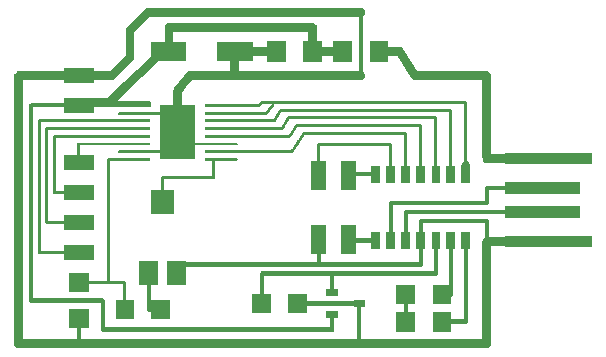
<source format=gbr>
%MOIN*%
%LPD*%
%FSLAX66Y66*%
G01*
G36*
X0080038Y0405233D02*
X0080038Y0406233D01*
X0075036Y0406233D01*
X0072035Y0408234D01*
X0068033Y0412237D01*
X0067032Y0414238D01*
X0066032Y0416239D01*
X0066032Y1319757D01*
X0067032Y1321758D01*
X0073035Y1327762D01*
X0075036Y1328762D01*
X0077037Y1329763D01*
X0231111Y1329763D01*
X0231111Y1339769D01*
X0330159Y1339769D01*
X0330159Y1329763D01*
X0385185Y1329763D01*
X0436210Y1382793D01*
X0436210Y1470844D01*
X0439211Y1474846D01*
X0501241Y1536882D01*
X0504242Y1538883D01*
X0506243Y1539884D01*
X1225589Y1539884D01*
X1229591Y1536882D01*
X1231592Y1534881D01*
X1233593Y1531879D01*
X1234593Y1529878D01*
X1234593Y1520873D01*
X1231592Y1516870D01*
X1229591Y1514869D01*
X1227590Y1512868D01*
X1227590Y1327762D01*
X1229591Y1326761D01*
X1231592Y1324760D01*
X1233593Y1321758D01*
X1234593Y1319757D01*
X1234593Y1310752D01*
X1231592Y1306750D01*
X1229591Y1304749D01*
X1226590Y1302747D01*
X1224589Y1301747D01*
X1219586Y1301747D01*
X1217585Y1300746D01*
X0656315Y1300746D01*
X0654315Y1297745D01*
X0650313Y1292742D01*
X0646311Y1287739D01*
X0642309Y1282736D01*
X0638307Y1277733D01*
X0634305Y1272730D01*
X0630303Y1267727D01*
X0626301Y1262724D01*
X0624300Y1259723D01*
X0624300Y1215698D01*
X0669322Y1215698D01*
X0669322Y1091626D01*
X0807388Y1091626D01*
X0809389Y1089625D01*
X0810390Y1087624D01*
X0810390Y1085623D01*
X0806388Y1082621D01*
X0669322Y1082621D01*
X0669322Y1035594D01*
X0550265Y1035594D01*
X0550265Y1056606D01*
X0414199Y1056606D01*
X0411198Y1059608D01*
X0410197Y1061609D01*
X0411198Y1063610D01*
X0413199Y1065611D01*
X0415200Y1066612D01*
X0550265Y1066612D01*
X0550265Y1184680D01*
X0414199Y1184680D01*
X0411198Y1187681D01*
X0410197Y1189683D01*
X0411198Y1191684D01*
X0413199Y1193685D01*
X0415200Y1194685D01*
X0550265Y1194685D01*
X0550265Y1215698D01*
X0595286Y1215698D01*
X0595286Y1265726D01*
X0596287Y1267727D01*
X0596287Y1270729D01*
X0598288Y1273731D01*
X0602290Y1278734D01*
X0606291Y1283737D01*
X0610293Y1288739D01*
X0614295Y1293742D01*
X0618297Y1298745D01*
X0622299Y1303748D01*
X0626301Y1308751D01*
X0630303Y1313754D01*
X0634305Y1318757D01*
X0638307Y1323760D01*
X0642309Y1327762D01*
X0644310Y1328762D01*
X0646311Y1329763D01*
X0650313Y1329763D01*
X0652314Y1330764D01*
X0785378Y1330764D01*
X0785378Y1364783D01*
X0740356Y1364783D01*
X0740356Y1426819D01*
X0860414Y1426819D01*
X0860414Y1409809D01*
X0908437Y1409809D01*
X0908437Y1429820D01*
X0971467Y1429820D01*
X0971467Y1361781D01*
X0908437Y1361781D01*
X0908437Y1380792D01*
X0860414Y1380792D01*
X0860414Y1364783D01*
X0814391Y1364783D01*
X0814391Y1330764D01*
X1213583Y1330764D01*
X1213583Y1510867D01*
X0515248Y1510867D01*
X0465224Y1458837D01*
X0465224Y1375789D01*
X0464223Y1373788D01*
X0464223Y1370786D01*
X0462222Y1367785D01*
X0397191Y1302747D01*
X0395190Y1301747D01*
X0393189Y1301747D01*
X0391188Y1300746D01*
X0330159Y1300746D01*
X0330159Y1290741D01*
X0231111Y1290741D01*
X0231111Y1300746D01*
X0095046Y1300746D01*
X0095046Y0435250D01*
X0273131Y0435250D01*
X0273131Y0474272D01*
X0247119Y0474272D01*
X0247119Y0537308D01*
X0314151Y0537308D01*
X0314151Y0474272D01*
X0287138Y0474272D01*
X0287138Y0435250D01*
X1208581Y0435250D01*
X1208581Y0543312D01*
X1196575Y0543312D01*
X1196575Y0548315D01*
X1041501Y0548315D01*
X1041501Y0522300D01*
X0979471Y0522300D01*
X0979471Y0588338D01*
X1041501Y0588338D01*
X1041501Y0562323D01*
X1196575Y0562323D01*
X1196575Y0567326D01*
X1235594Y0567326D01*
X1235594Y0543312D01*
X1222588Y0543312D01*
X1222588Y0435250D01*
X1625782Y0435250D01*
X1625782Y0762437D01*
X1626782Y0764439D01*
X1626782Y0767440D01*
X1628783Y0770442D01*
X1632785Y0774444D01*
X1633785Y0776445D01*
X1633785Y0823472D01*
X1427686Y0823472D01*
X1427686Y0794456D01*
X1435690Y0794456D01*
X1435690Y0736423D01*
X1427686Y0736423D01*
X1427686Y0683392D01*
X1423684Y0679390D01*
X1421683Y0678389D01*
X0637306Y0678389D01*
X0637306Y0618355D01*
X0575277Y0618355D01*
X0575277Y0695399D01*
X0637306Y0695399D01*
X0637306Y0692397D01*
X1073516Y0692397D01*
X1073516Y0719413D01*
X1055507Y0719413D01*
X1055507Y0817469D01*
X1104531Y0817469D01*
X1104531Y0719413D01*
X1087523Y0719413D01*
X1087523Y0692397D01*
X1413680Y0692397D01*
X1413680Y0736423D01*
X1405676Y0736423D01*
X1405676Y0794456D01*
X1413680Y0794456D01*
X1413680Y0832478D01*
X1417681Y0836480D01*
X1419682Y0837481D01*
X1642790Y0837481D01*
X1646792Y0833478D01*
X1647792Y0831477D01*
X1647792Y0777446D01*
X1700818Y0777446D01*
X1700818Y0781448D01*
X1991958Y0781448D01*
X1991958Y0742426D01*
X1700818Y0742426D01*
X1700818Y0747429D01*
X1654795Y0747429D01*
X1654795Y0415238D01*
X1652794Y0412237D01*
X1648793Y0408234D01*
X1646792Y0407234D01*
X1644791Y0406233D01*
X1640789Y0406233D01*
X1638788Y0405233D01*
X0080038Y0405233D01*
X0080038Y0405233D01*
G37*
G36*
X0357172Y0461265D02*
X0357172Y0462265D01*
X0355171Y0462265D01*
X0354170Y0464266D01*
X0353170Y0466268D01*
X0353170Y0558320D01*
X0118057Y0558320D01*
X0114055Y0562323D01*
X0113054Y0564324D01*
X0113054Y1217699D01*
X0116056Y1220700D01*
X0118057Y1221701D01*
X0120058Y1221701D01*
X0122059Y1222702D01*
X0231111Y1222702D01*
X0231111Y1239711D01*
X0375180Y1239711D01*
X0385185Y1249717D01*
X0520250Y1377791D01*
X0520250Y1426819D01*
X0566272Y1426819D01*
X0566272Y1480850D01*
X0569274Y1484852D01*
X0571275Y1486853D01*
X0574276Y1488854D01*
X0576277Y1489855D01*
X1065512Y1489855D01*
X1069514Y1486853D01*
X1071515Y1484852D01*
X1073516Y1481850D01*
X1074517Y1479849D01*
X1074517Y1429820D01*
X1091525Y1429820D01*
X1091525Y1409809D01*
X1128542Y1409809D01*
X1128542Y1429820D01*
X1192573Y1429820D01*
X1192573Y1361781D01*
X1128542Y1361781D01*
X1128542Y1380792D01*
X1091525Y1380792D01*
X1091525Y1361781D01*
X1029495Y1361781D01*
X1029495Y1429820D01*
X1045503Y1429820D01*
X1045503Y1460838D01*
X0594286Y1460838D01*
X0594286Y1426819D01*
X0639307Y1426819D01*
X0639307Y1364783D01*
X0548264Y1364783D01*
X0491236Y1310752D01*
X0408196Y1231707D01*
X0410197Y1230706D01*
X0517249Y1230706D01*
X0519250Y1227704D01*
X0520250Y1225703D01*
X0520250Y1213696D01*
X0518249Y1211695D01*
X0516248Y1210695D01*
X0330159Y1210695D01*
X0330159Y1190683D01*
X0231111Y1190683D01*
X0231111Y1208693D01*
X0127061Y1208693D01*
X0127061Y0572328D01*
X0362174Y0572328D01*
X0366176Y0568326D01*
X0367177Y0566325D01*
X0367177Y0475273D01*
X1118538Y0475273D01*
X1118538Y0506290D01*
X1105531Y0506290D01*
X1105531Y0529304D01*
X1144550Y0529304D01*
X1144550Y0506290D01*
X1132544Y0506290D01*
X1132544Y0465267D01*
X1130543Y0463266D01*
X1127542Y0461265D01*
X0357172Y0461265D01*
X0357172Y0461265D01*
G37*
G36*
X0403194Y0502288D02*
X0403194Y0568326D01*
X0429206Y0568326D01*
X0429206Y0620356D01*
X0314151Y0620356D01*
X0314151Y0594341D01*
X0247119Y0594341D01*
X0247119Y0657377D01*
X0314151Y0657377D01*
X0314151Y0630362D01*
X0375180Y0630362D01*
X0375180Y1037595D01*
X0379182Y1040597D01*
X0518249Y1040597D01*
X0518249Y1031592D01*
X0385185Y1031592D01*
X0385185Y0630362D01*
X0435209Y0630362D01*
X0438211Y0627360D01*
X0439211Y0625359D01*
X0439211Y0568326D01*
X0465224Y0568326D01*
X0465224Y0502288D01*
X0403194Y0502288D01*
X0403194Y0502288D01*
G37*
G36*
X0522251Y0502288D02*
X0522251Y0528303D01*
X0512246Y0528303D01*
X0508244Y0532305D01*
X0507244Y0534307D01*
X0507244Y0618355D01*
X0482232Y0618355D01*
X0482232Y0695399D01*
X0545262Y0695399D01*
X0545262Y0618355D01*
X0521251Y0618355D01*
X0521251Y0568326D01*
X0585281Y0568326D01*
X0585281Y0502288D01*
X0522251Y0502288D01*
X0522251Y0502288D01*
G37*
G36*
X0858413Y0522300D02*
X0858413Y0588338D01*
X0883425Y0588338D01*
X0883425Y0657377D01*
X0887427Y0661379D01*
X0889428Y0662380D01*
X1463704Y0662380D01*
X1463704Y0736423D01*
X1456700Y0736423D01*
X1456700Y0794456D01*
X1485714Y0794456D01*
X1485714Y0736423D01*
X1477710Y0736423D01*
X1477710Y0653375D01*
X1473708Y0649373D01*
X1471707Y0648372D01*
X1132544Y0648372D01*
X1132544Y0604347D01*
X1144550Y0604347D01*
X1144550Y0581334D01*
X1105531Y0581334D01*
X1105531Y0604347D01*
X1118538Y0604347D01*
X1118538Y0648372D01*
X0897431Y0648372D01*
X0897431Y0588338D01*
X0922443Y0588338D01*
X0922443Y0522300D01*
X0858413Y0522300D01*
X0858413Y0522300D01*
G37*
G36*
X1155555Y0719413D02*
X1155555Y0817469D01*
X1205580Y0817469D01*
X1205580Y0772443D01*
X1255604Y0772443D01*
X1255604Y0794456D01*
X1284618Y0794456D01*
X1284618Y0736423D01*
X1255604Y0736423D01*
X1255604Y0758435D01*
X1205580Y0758435D01*
X1205580Y0719413D01*
X1155555Y0719413D01*
X1155555Y0719413D01*
G37*
G36*
X1305628Y0736423D02*
X1305628Y0794456D01*
X1313631Y0794456D01*
X1313631Y0892512D01*
X1317633Y0896514D01*
X1319634Y0897515D01*
X1633785Y0897515D01*
X1633785Y0941540D01*
X1637787Y0945543D01*
X1639788Y0946543D01*
X1700818Y0946543D01*
X1700818Y0958550D01*
X1951938Y0958550D01*
X1951938Y0920528D01*
X1700818Y0920528D01*
X1700818Y0932535D01*
X1647792Y0932535D01*
X1647792Y0888510D01*
X1643790Y0884507D01*
X1641789Y0883507D01*
X1327638Y0883507D01*
X1327638Y0794456D01*
X1334642Y0794456D01*
X1334642Y0736423D01*
X1305628Y0736423D01*
X1305628Y0736423D01*
G37*
G36*
X1355652Y0736423D02*
X1355652Y0794456D01*
X1363656Y0794456D01*
X1363656Y0862495D01*
X1367657Y0866497D01*
X1369658Y0867498D01*
X1700818Y0867498D01*
X1700818Y0880505D01*
X1951938Y0880505D01*
X1951938Y0841483D01*
X1700818Y0841483D01*
X1700818Y0853490D01*
X1377662Y0853490D01*
X1377662Y0794456D01*
X1384666Y0794456D01*
X1384666Y0736423D01*
X1355652Y0736423D01*
X1355652Y0736423D01*
G37*
G36*
X1459702Y0552317D02*
X1459702Y0618355D01*
X1513728Y0618355D01*
X1513728Y0736423D01*
X1505724Y0736423D01*
X1505724Y0794456D01*
X1534738Y0794456D01*
X1534738Y0736423D01*
X1527734Y0736423D01*
X1527734Y0583335D01*
X1523732Y0579332D01*
X1521731Y0577331D01*
X1521731Y0552317D01*
X1459702Y0552317D01*
X1459702Y0552317D01*
G37*
G36*
X1459702Y0461265D02*
X1459702Y0528303D01*
X1521731Y0528303D01*
X1521731Y0502288D01*
X1563752Y0502288D01*
X1563752Y0736423D01*
X1555748Y0736423D01*
X1555748Y0794456D01*
X1584762Y0794456D01*
X1584762Y0736423D01*
X1577758Y0736423D01*
X1577758Y0493283D01*
X1573757Y0489281D01*
X1571756Y0488280D01*
X1521731Y0488280D01*
X1521731Y0461265D01*
X1459702Y0461265D01*
X1459702Y0461265D01*
G37*
G36*
X1338643Y0461265D02*
X1338643Y0528303D01*
X1363656Y0528303D01*
X1363656Y0552317D01*
X1338643Y0552317D01*
X1338643Y0618355D01*
X1402674Y0618355D01*
X1402674Y0552317D01*
X1377662Y0552317D01*
X1377662Y0528303D01*
X1402674Y0528303D01*
X1402674Y0461265D01*
X1338643Y0461265D01*
X1338643Y0461265D01*
G37*
G36*
X1355652Y0956549D02*
X1355652Y1014582D01*
X1365656Y1014582D01*
X1365656Y1116641D01*
X1032496Y1116641D01*
X1031496Y1114640D01*
X1029495Y1111638D01*
X1027494Y1108636D01*
X1025493Y1105634D01*
X1023492Y1102633D01*
X1021491Y1099631D01*
X1019490Y1096629D01*
X1017489Y1093627D01*
X1015488Y1090626D01*
X1013487Y1087624D01*
X1011486Y1084622D01*
X1009485Y1081621D01*
X1007484Y1078619D01*
X1005483Y1075617D01*
X1003482Y1072615D01*
X1001481Y1069614D01*
X0999480Y1066612D01*
X0997479Y1063610D01*
X0995479Y1060609D01*
X0992477Y1057607D01*
X0990476Y1056606D01*
X0701337Y1056606D01*
X0701337Y1066612D01*
X0988475Y1066612D01*
X0989476Y1068613D01*
X0991477Y1071615D01*
X0993478Y1074617D01*
X0995479Y1077618D01*
X0997479Y1080620D01*
X0999480Y1083622D01*
X1001481Y1086623D01*
X1003482Y1089625D01*
X1005483Y1092627D01*
X1007484Y1095629D01*
X1009485Y1098630D01*
X1011486Y1101632D01*
X1013487Y1104634D01*
X1015488Y1107636D01*
X1017489Y1110637D01*
X1019490Y1113639D01*
X1021491Y1116641D01*
X1023492Y1119642D01*
X1025493Y1122644D01*
X1028494Y1125646D01*
X1030495Y1126646D01*
X1371659Y1126646D01*
X1374661Y1123645D01*
X1375661Y1121644D01*
X1375661Y1014582D01*
X1384666Y1014582D01*
X1384666Y0956549D01*
X1355652Y0956549D01*
X1355652Y0956549D01*
G37*
G36*
X1405676Y0956549D02*
X1405676Y1014582D01*
X1415681Y1014582D01*
X1415681Y1142656D01*
X1006484Y1142656D01*
X1006484Y1140654D01*
X1004483Y1138653D01*
X1003482Y1136652D01*
X1002482Y1134651D01*
X1000481Y1131649D01*
X0999480Y1129648D01*
X0998480Y1127647D01*
X0996479Y1124645D01*
X0995479Y1122644D01*
X0994478Y1120643D01*
X0992477Y1117641D01*
X0991477Y1115640D01*
X0989476Y1112638D01*
X0988475Y1110637D01*
X0986474Y1108636D01*
X0984473Y1108636D01*
X0982472Y1107636D01*
X0701337Y1107636D01*
X0701337Y1117641D01*
X0982472Y1117641D01*
X0982472Y1119642D01*
X0985474Y1123645D01*
X0986474Y1125646D01*
X0987475Y1127647D01*
X0989476Y1130649D01*
X0990476Y1132650D01*
X0991477Y1134651D01*
X0993478Y1137653D01*
X0994478Y1139654D01*
X0996479Y1142656D01*
X0997479Y1144657D01*
X0998480Y1146658D01*
X1000481Y1149660D01*
X1002482Y1151661D01*
X1004483Y1152661D01*
X1421683Y1152661D01*
X1424685Y1149660D01*
X1425685Y1147658D01*
X1425685Y1014582D01*
X1435690Y1014582D01*
X1435690Y0956549D01*
X1405676Y0956549D01*
X1405676Y0956549D01*
G37*
G36*
X1456700Y0956549D02*
X1456700Y1014582D01*
X1465705Y1014582D01*
X1465705Y1168671D01*
X0980471Y1168671D01*
X0980471Y1166669D01*
X0978470Y1164668D01*
X0977470Y1162667D01*
X0976469Y1160666D01*
X0975469Y1158665D01*
X0973468Y1155663D01*
X0972467Y1153662D01*
X0971467Y1151661D01*
X0969466Y1148659D01*
X0968466Y1146658D01*
X0967465Y1144657D01*
X0965464Y1141655D01*
X0964464Y1139654D01*
X0963463Y1137653D01*
X0959461Y1133650D01*
X0701337Y1133650D01*
X0701337Y1143656D01*
X0956460Y1143656D01*
X0956460Y1145657D01*
X0958461Y1147658D01*
X0959461Y1149660D01*
X0960462Y1151661D01*
X0962463Y1154662D01*
X0963463Y1156664D01*
X0964464Y1158665D01*
X0966465Y1161667D01*
X0967465Y1163668D01*
X0968466Y1165669D01*
X0970467Y1168671D01*
X0971467Y1170672D01*
X0972467Y1172673D01*
X0974468Y1175675D01*
X0976469Y1177676D01*
X0978470Y1178676D01*
X1471707Y1178676D01*
X1474709Y1175675D01*
X1475709Y1173673D01*
X1475709Y1014582D01*
X1485714Y1014582D01*
X1485714Y0956549D01*
X1456700Y0956549D01*
X1456700Y0956549D01*
G37*
G36*
X1505724Y0956549D02*
X1505724Y1014582D01*
X1515729Y1014582D01*
X1515729Y1194685D01*
X0954459Y1194685D01*
X0954459Y1192684D01*
X0951457Y1188682D01*
X0950457Y1186681D01*
X0949456Y1184680D01*
X0947455Y1181678D01*
X0946455Y1179677D01*
X0945454Y1177676D01*
X0944454Y1175675D01*
X0942453Y1172673D01*
X0941453Y1170672D01*
X0940452Y1168671D01*
X0938451Y1165669D01*
X0937451Y1163668D01*
X0936450Y1161667D01*
X0933449Y1159665D01*
X0701337Y1159665D01*
X0701337Y1168671D01*
X0930447Y1168671D01*
X0930447Y1170672D01*
X0932448Y1173673D01*
X0934449Y1176675D01*
X0935450Y1178676D01*
X0936450Y1180677D01*
X0937451Y1182679D01*
X0939452Y1185680D01*
X0940452Y1187681D01*
X0941453Y1189683D01*
X0942453Y1191684D01*
X0944454Y1194685D01*
X0945454Y1196687D01*
X0946455Y1198688D01*
X0948456Y1201689D01*
X0950457Y1203691D01*
X0952458Y1204691D01*
X1521731Y1204691D01*
X1524733Y1201689D01*
X1525733Y1199688D01*
X1525733Y1014582D01*
X1534738Y1014582D01*
X1534738Y0956549D01*
X1505724Y0956549D01*
X1505724Y0956549D01*
G37*
G36*
X1555748Y0956549D02*
X1555748Y1015583D01*
X1556748Y1017584D01*
X1556748Y1020586D01*
X1558749Y1023587D01*
X1562751Y1027590D01*
X1564752Y1028590D01*
X1565753Y1030591D01*
X1565753Y1220700D01*
X0928446Y1220700D01*
X0928446Y1218699D01*
X0930447Y1218699D01*
X0930447Y1216698D01*
X0931448Y1214697D01*
X0929447Y1211695D01*
X0926445Y1207693D01*
X0922443Y1202690D01*
X0918441Y1197687D01*
X0915440Y1193685D01*
X0911438Y1188682D01*
X0908437Y1185680D01*
X0906436Y1184680D01*
X0701337Y1184680D01*
X0701337Y1194685D01*
X0904435Y1194685D01*
X0908437Y1199688D01*
X0912439Y1204691D01*
X0915440Y1208693D01*
X0919442Y1213696D01*
X0922443Y1217699D01*
X0924444Y1219700D01*
X0922443Y1220700D01*
X0891429Y1220700D01*
X0881424Y1210695D01*
X0701337Y1210695D01*
X0701337Y1219700D01*
X0878422Y1219700D01*
X0888427Y1229706D01*
X0890428Y1230706D01*
X1571756Y1230706D01*
X1574757Y1227704D01*
X1575757Y1225703D01*
X1575757Y1028590D01*
X1577758Y1028590D01*
X1579759Y1026589D01*
X1581760Y1024588D01*
X1583761Y1021586D01*
X1584762Y1019585D01*
X1584762Y0956549D01*
X1555748Y0956549D01*
X1555748Y0956549D01*
G37*
G36*
X1700818Y1019585D02*
X1700818Y1023587D01*
X1640789Y1023587D01*
X1638788Y1024588D01*
X1635786Y1024588D01*
X1632785Y1026589D01*
X1628783Y1030591D01*
X1627782Y1032592D01*
X1626782Y1034594D01*
X1626782Y1038596D01*
X1625782Y1040597D01*
X1625782Y1300746D01*
X1397672Y1300746D01*
X1395671Y1301747D01*
X1393670Y1302747D01*
X1388668Y1307750D01*
X1386667Y1310752D01*
X1384666Y1313754D01*
X1383665Y1315755D01*
X1381664Y1318757D01*
X1379663Y1321758D01*
X1378663Y1323760D01*
X1376662Y1326761D01*
X1374661Y1329763D01*
X1373660Y1331764D01*
X1371659Y1334766D01*
X1370659Y1336767D01*
X1368658Y1339769D01*
X1366657Y1342770D01*
X1365656Y1344772D01*
X1363656Y1347773D01*
X1361655Y1350775D01*
X1360654Y1352776D01*
X1358653Y1355778D01*
X1356652Y1358780D01*
X1355652Y1360781D01*
X1353651Y1363782D01*
X1351650Y1366784D01*
X1350649Y1368785D01*
X1348648Y1371787D01*
X1347648Y1373788D01*
X1345647Y1376790D01*
X1343646Y1379792D01*
X1341645Y1380792D01*
X1311630Y1380792D01*
X1311630Y1361781D01*
X1249601Y1361781D01*
X1249601Y1429820D01*
X1311630Y1429820D01*
X1311630Y1409809D01*
X1355652Y1409809D01*
X1359654Y1406807D01*
X1361655Y1404806D01*
X1363656Y1401804D01*
X1365656Y1398803D01*
X1367657Y1395801D01*
X1368658Y1393800D01*
X1370659Y1390798D01*
X1372660Y1387796D01*
X1373660Y1385795D01*
X1375661Y1382793D01*
X1376662Y1380792D01*
X1378663Y1377791D01*
X1380664Y1374789D01*
X1381664Y1372788D01*
X1383665Y1369786D01*
X1385666Y1366784D01*
X1386667Y1364783D01*
X1388668Y1361781D01*
X1390668Y1358780D01*
X1391669Y1356778D01*
X1393670Y1353777D01*
X1395671Y1350775D01*
X1396671Y1348774D01*
X1398672Y1345772D01*
X1399673Y1343771D01*
X1401674Y1340769D01*
X1403675Y1337768D01*
X1404675Y1335766D01*
X1406676Y1332765D01*
X1409678Y1329763D01*
X1644791Y1329763D01*
X1647792Y1327762D01*
X1653795Y1321758D01*
X1653795Y1319757D01*
X1654795Y1317756D01*
X1654795Y1052604D01*
X1700818Y1052604D01*
X1700818Y1057607D01*
X1991958Y1057607D01*
X1991958Y1019585D01*
X1700818Y1019585D01*
X1700818Y1019585D01*
G37*
G36*
X1155555Y0933536D02*
X1155555Y1031592D01*
X1205580Y1031592D01*
X1205580Y0992569D01*
X1255604Y0992569D01*
X1255604Y1014582D01*
X1284618Y1014582D01*
X1284618Y0956549D01*
X1255604Y0956549D01*
X1255604Y0978561D01*
X1205580Y0978561D01*
X1205580Y0933536D01*
X1155555Y0933536D01*
X1155555Y0933536D01*
G37*
G36*
X1055507Y0933536D02*
X1055507Y1031592D01*
X1075517Y1031592D01*
X1075517Y1086623D01*
X1078518Y1089625D01*
X1080519Y1090626D01*
X1321635Y1090626D01*
X1324637Y1087624D01*
X1325637Y1085623D01*
X1325637Y1014582D01*
X1334642Y1014582D01*
X1334642Y0956549D01*
X1305628Y0956549D01*
X1305628Y1014582D01*
X1315632Y1014582D01*
X1315632Y1080620D01*
X1085522Y1080620D01*
X1085522Y1031592D01*
X1104531Y1031592D01*
X1104531Y0933536D01*
X1055507Y0933536D01*
X1055507Y0933536D01*
G37*
G36*
X0522251Y0854490D02*
X0522251Y0932535D01*
X0555267Y0932535D01*
X0555267Y0977561D01*
X0559269Y0980563D01*
X0725349Y0980563D01*
X0725349Y1031592D01*
X0701337Y1031592D01*
X0701337Y1040597D01*
X0807388Y1040597D01*
X0810390Y1036595D01*
X0810390Y1034594D01*
X0808389Y1032592D01*
X0806388Y1031592D01*
X0735353Y1031592D01*
X0735353Y0974559D01*
X0733353Y0972558D01*
X0731352Y0971557D01*
X0565272Y0971557D01*
X0565272Y0932535D01*
X0598288Y0932535D01*
X0598288Y0854490D01*
X0522251Y0854490D01*
X0522251Y0854490D01*
G37*
G36*
X0231111Y0900517D02*
X0231111Y0920528D01*
X0199096Y0920528D01*
X0196094Y0923530D01*
X0195094Y0925531D01*
X0195094Y1113639D01*
X0199096Y1117641D01*
X0518249Y1117641D01*
X0518249Y1107636D01*
X0205099Y1107636D01*
X0205099Y0930534D01*
X0231111Y0930534D01*
X0231111Y0949545D01*
X0330159Y0949545D01*
X0330159Y0900517D01*
X0231111Y0900517D01*
X0231111Y0900517D01*
G37*
G36*
X0231111Y0800459D02*
X0231111Y0820471D01*
X0173083Y0820471D01*
X0170082Y0823472D01*
X0169081Y0825474D01*
X0169081Y1139654D01*
X0172083Y1142656D01*
X0174084Y1142656D01*
X0176085Y1143656D01*
X0518249Y1143656D01*
X0518249Y1133650D01*
X0179086Y1133650D01*
X0179086Y0830476D01*
X0231111Y0830476D01*
X0231111Y0850488D01*
X0330159Y0850488D01*
X0330159Y0800459D01*
X0231111Y0800459D01*
X0231111Y0800459D01*
G37*
G36*
X0231111Y0700402D02*
X0231111Y0720413D01*
X0147071Y0720413D01*
X0144069Y0723415D01*
X0143069Y0725416D01*
X0143069Y1165669D01*
X0147071Y1168671D01*
X0518249Y1168671D01*
X0518249Y1159665D01*
X0153074Y1159665D01*
X0153074Y0730419D01*
X0231111Y0730419D01*
X0231111Y0749430D01*
X0330159Y0749430D01*
X0330159Y0700402D01*
X0231111Y0700402D01*
X0231111Y0700402D01*
G37*
G36*
X0231111Y1000574D02*
X0231111Y1049602D01*
X0275132Y1049602D01*
X0275132Y1088625D01*
X0277133Y1090626D01*
X0279134Y1091626D01*
X0518249Y1091626D01*
X0518249Y1082621D01*
X0285137Y1082621D01*
X0285137Y1049602D01*
X0330159Y1049602D01*
X0330159Y1000574D01*
X0231111Y1000574D01*
X0231111Y1000574D01*
G37*
M02*

</source>
